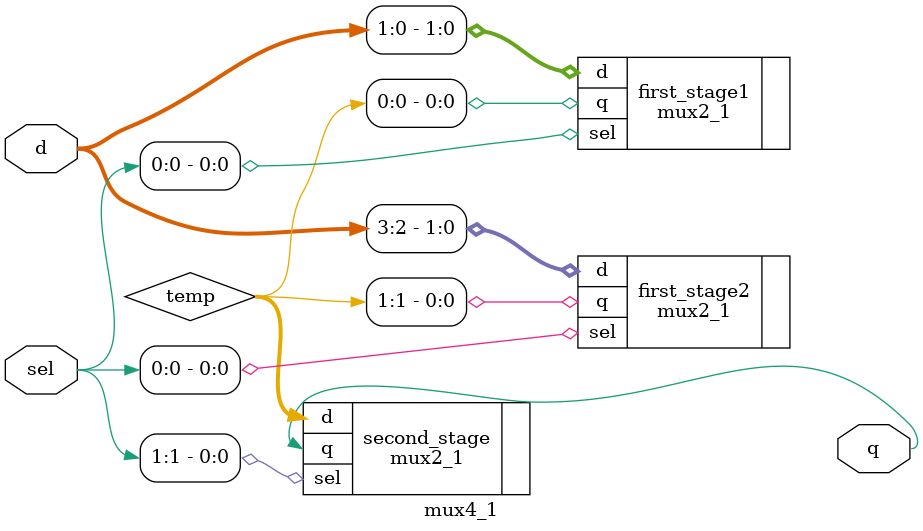
<source format=sv>
module mux4_1 (
    input logic [3:0] d,
    input logic [1:0] sel,
    output logic q
);

    logic [1:0] temp;
    mux2_1 first_stage1 (.sel(sel[0]), .d(d[1:0]), .q(temp[0]));
    mux2_1 first_stage2 (.sel(sel[0]), .d(d[3:2]), .q(temp[1]));
    mux2_1 second_stage (.sel(sel[1]), .d(temp), .q(q));

endmodule
</source>
